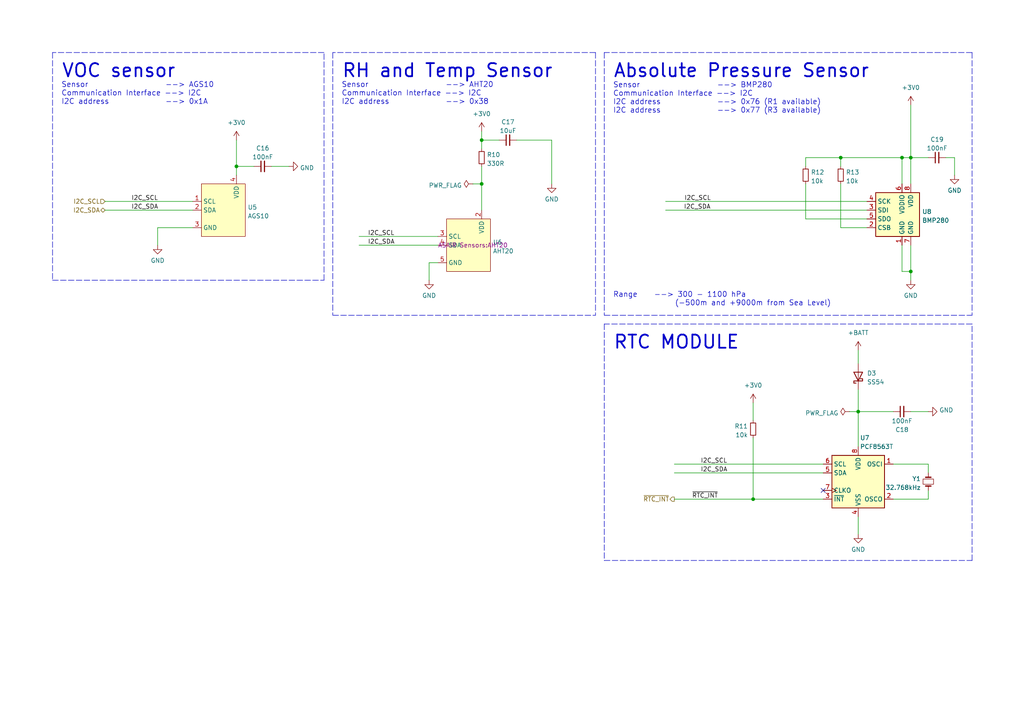
<source format=kicad_sch>
(kicad_sch (version 20211123) (generator eeschema)

  (uuid ce5aa15e-7d1b-40db-bc06-aed8f4184b26)

  (paper "A4")

  (lib_symbols
    (symbol "ASAIR Sensors:AGS10" (in_bom yes) (on_board yes)
      (property "Reference" "U" (id 0) (at 10.16 0 0)
        (effects (font (size 1.27 1.27)))
      )
      (property "Value" "AGS10" (id 1) (at 12.7 2.54 0)
        (effects (font (size 1.27 1.27)))
      )
      (property "Footprint" "ASAIR Sensors:AGS10" (id 2) (at 2.54 0 0)
        (effects (font (size 1.27 1.27)) hide)
      )
      (property "Datasheet" "" (id 3) (at 12.7 7.62 0)
        (effects (font (size 1.27 1.27)) hide)
      )
      (property "ki_description" "I2C TVOC sensor" (id 4) (at 0 0 0)
        (effects (font (size 1.27 1.27)) hide)
      )
      (symbol "AGS10_0_1"
        (rectangle (start -5.08 7.62) (end 7.62 -7.62)
          (stroke (width 0.1524) (type default) (color 0 0 0 0))
          (fill (type background))
        )
      )
      (symbol "AGS10_1_1"
        (pin input line (at -7.62 2.54 0) (length 2.54)
          (name "SCL" (effects (font (size 1.27 1.27))))
          (number "1" (effects (font (size 1.27 1.27))))
        )
        (pin bidirectional line (at -7.62 0 0) (length 2.54)
          (name "SDA" (effects (font (size 1.27 1.27))))
          (number "2" (effects (font (size 1.27 1.27))))
        )
        (pin passive line (at -7.62 -5.08 0) (length 2.54)
          (name "GND" (effects (font (size 1.27 1.27))))
          (number "3" (effects (font (size 1.27 1.27))))
        )
        (pin power_in line (at 5.08 10.16 270) (length 2.54)
          (name "VDD" (effects (font (size 1.27 1.27))))
          (number "4" (effects (font (size 1.27 1.27))))
        )
      )
    )
    (symbol "ASAIR Sensors:AHT20" (in_bom yes) (on_board yes)
      (property "Reference" "U" (id 0) (at 12.7 -2.54 0)
        (effects (font (size 1.27 1.27)))
      )
      (property "Value" "AHT20" (id 1) (at 12.7 0 0)
        (effects (font (size 1.27 1.27)))
      )
      (property "Footprint" "ASAIR Sensors:AHT20" (id 2) (at 2.54 0 0)
        (effects (font (size 1.27 1.27)) hide)
      )
      (property "Datasheet" "" (id 3) (at 2.54 0 0)
        (effects (font (size 1.27 1.27)) hide)
      )
      (property "ki_keywords" "Humidiry, Temperature, RH" (id 4) (at 0 0 0)
        (effects (font (size 1.27 1.27)) hide)
      )
      (property "ki_description" "Humidity and Temperature Sensor, " (id 5) (at 0 0 0)
        (effects (font (size 1.27 1.27)) hide)
      )
      (symbol "AHT20_0_1"
        (rectangle (start -5.08 7.62) (end 7.62 -7.62)
          (stroke (width 0.1524) (type default) (color 0 0 0 0))
          (fill (type background))
        )
      )
      (symbol "AHT20_1_1"
        (pin no_connect line (at 10.16 -5.08 180) (length 2.54) hide
          (name "NC" (effects (font (size 1.27 1.27))))
          (number "1" (effects (font (size 1.27 1.27))))
        )
        (pin power_in line (at 5.08 10.16 270) (length 2.54)
          (name "VDD" (effects (font (size 1.27 1.27))))
          (number "2" (effects (font (size 1.27 1.27))))
        )
        (pin input line (at -7.62 2.54 0) (length 2.54)
          (name "SCL" (effects (font (size 1.27 1.27))))
          (number "3" (effects (font (size 1.27 1.27))))
        )
        (pin bidirectional line (at -7.62 0 0) (length 2.54)
          (name "SDA" (effects (font (size 1.27 1.27))))
          (number "4" (effects (font (size 1.27 1.27))))
        )
        (pin passive line (at -7.62 -5.08 0) (length 2.54)
          (name "GND" (effects (font (size 1.27 1.27))))
          (number "5" (effects (font (size 1.27 1.27))))
        )
        (pin no_connect line (at 10.16 -5.08 180) (length 2.54) hide
          (name "NC" (effects (font (size 1.27 1.27))))
          (number "6" (effects (font (size 1.27 1.27))))
        )
      )
    )
    (symbol "Device:C_Small" (pin_numbers hide) (pin_names (offset 0.254) hide) (in_bom yes) (on_board yes)
      (property "Reference" "C" (id 0) (at 0.254 1.778 0)
        (effects (font (size 1.27 1.27)) (justify left))
      )
      (property "Value" "C_Small" (id 1) (at 0.254 -2.032 0)
        (effects (font (size 1.27 1.27)) (justify left))
      )
      (property "Footprint" "" (id 2) (at 0 0 0)
        (effects (font (size 1.27 1.27)) hide)
      )
      (property "Datasheet" "~" (id 3) (at 0 0 0)
        (effects (font (size 1.27 1.27)) hide)
      )
      (property "ki_keywords" "capacitor cap" (id 4) (at 0 0 0)
        (effects (font (size 1.27 1.27)) hide)
      )
      (property "ki_description" "Unpolarized capacitor, small symbol" (id 5) (at 0 0 0)
        (effects (font (size 1.27 1.27)) hide)
      )
      (property "ki_fp_filters" "C_*" (id 6) (at 0 0 0)
        (effects (font (size 1.27 1.27)) hide)
      )
      (symbol "C_Small_0_1"
        (polyline
          (pts
            (xy -1.524 -0.508)
            (xy 1.524 -0.508)
          )
          (stroke (width 0.3302) (type default) (color 0 0 0 0))
          (fill (type none))
        )
        (polyline
          (pts
            (xy -1.524 0.508)
            (xy 1.524 0.508)
          )
          (stroke (width 0.3048) (type default) (color 0 0 0 0))
          (fill (type none))
        )
      )
      (symbol "C_Small_1_1"
        (pin passive line (at 0 2.54 270) (length 2.032)
          (name "~" (effects (font (size 1.27 1.27))))
          (number "1" (effects (font (size 1.27 1.27))))
        )
        (pin passive line (at 0 -2.54 90) (length 2.032)
          (name "~" (effects (font (size 1.27 1.27))))
          (number "2" (effects (font (size 1.27 1.27))))
        )
      )
    )
    (symbol "Device:Crystal_Small" (pin_numbers hide) (pin_names (offset 1.016) hide) (in_bom yes) (on_board yes)
      (property "Reference" "Y" (id 0) (at 0 2.54 0)
        (effects (font (size 1.27 1.27)))
      )
      (property "Value" "Crystal_Small" (id 1) (at 0 -2.54 0)
        (effects (font (size 1.27 1.27)))
      )
      (property "Footprint" "" (id 2) (at 0 0 0)
        (effects (font (size 1.27 1.27)) hide)
      )
      (property "Datasheet" "~" (id 3) (at 0 0 0)
        (effects (font (size 1.27 1.27)) hide)
      )
      (property "ki_keywords" "quartz ceramic resonator oscillator" (id 4) (at 0 0 0)
        (effects (font (size 1.27 1.27)) hide)
      )
      (property "ki_description" "Two pin crystal, small symbol" (id 5) (at 0 0 0)
        (effects (font (size 1.27 1.27)) hide)
      )
      (property "ki_fp_filters" "Crystal*" (id 6) (at 0 0 0)
        (effects (font (size 1.27 1.27)) hide)
      )
      (symbol "Crystal_Small_0_1"
        (rectangle (start -0.762 -1.524) (end 0.762 1.524)
          (stroke (width 0) (type default) (color 0 0 0 0))
          (fill (type none))
        )
        (polyline
          (pts
            (xy -1.27 -0.762)
            (xy -1.27 0.762)
          )
          (stroke (width 0.381) (type default) (color 0 0 0 0))
          (fill (type none))
        )
        (polyline
          (pts
            (xy 1.27 -0.762)
            (xy 1.27 0.762)
          )
          (stroke (width 0.381) (type default) (color 0 0 0 0))
          (fill (type none))
        )
      )
      (symbol "Crystal_Small_1_1"
        (pin passive line (at -2.54 0 0) (length 1.27)
          (name "1" (effects (font (size 1.27 1.27))))
          (number "1" (effects (font (size 1.27 1.27))))
        )
        (pin passive line (at 2.54 0 180) (length 1.27)
          (name "2" (effects (font (size 1.27 1.27))))
          (number "2" (effects (font (size 1.27 1.27))))
        )
      )
    )
    (symbol "Device:R_Small" (pin_numbers hide) (pin_names (offset 0.254) hide) (in_bom yes) (on_board yes)
      (property "Reference" "R" (id 0) (at 0.762 0.508 0)
        (effects (font (size 1.27 1.27)) (justify left))
      )
      (property "Value" "R_Small" (id 1) (at 0.762 -1.016 0)
        (effects (font (size 1.27 1.27)) (justify left))
      )
      (property "Footprint" "" (id 2) (at 0 0 0)
        (effects (font (size 1.27 1.27)) hide)
      )
      (property "Datasheet" "~" (id 3) (at 0 0 0)
        (effects (font (size 1.27 1.27)) hide)
      )
      (property "ki_keywords" "R resistor" (id 4) (at 0 0 0)
        (effects (font (size 1.27 1.27)) hide)
      )
      (property "ki_description" "Resistor, small symbol" (id 5) (at 0 0 0)
        (effects (font (size 1.27 1.27)) hide)
      )
      (property "ki_fp_filters" "R_*" (id 6) (at 0 0 0)
        (effects (font (size 1.27 1.27)) hide)
      )
      (symbol "R_Small_0_1"
        (rectangle (start -0.762 1.778) (end 0.762 -1.778)
          (stroke (width 0.2032) (type default) (color 0 0 0 0))
          (fill (type none))
        )
      )
      (symbol "R_Small_1_1"
        (pin passive line (at 0 2.54 270) (length 0.762)
          (name "~" (effects (font (size 1.27 1.27))))
          (number "1" (effects (font (size 1.27 1.27))))
        )
        (pin passive line (at 0 -2.54 90) (length 0.762)
          (name "~" (effects (font (size 1.27 1.27))))
          (number "2" (effects (font (size 1.27 1.27))))
        )
      )
    )
    (symbol "Diode:B160-E3" (pin_numbers hide) (pin_names hide) (in_bom yes) (on_board yes)
      (property "Reference" "D" (id 0) (at 0 2.54 0)
        (effects (font (size 1.27 1.27)))
      )
      (property "Value" "B160-E3" (id 1) (at 0 -2.54 0)
        (effects (font (size 1.27 1.27)))
      )
      (property "Footprint" "Diode_SMD:D_SMA" (id 2) (at 0 -4.445 0)
        (effects (font (size 1.27 1.27)) hide)
      )
      (property "Datasheet" "http://www.vishay.com/docs/88946/b120.pdf" (id 3) (at 0 0 0)
        (effects (font (size 1.27 1.27)) hide)
      )
      (property "ki_keywords" "diode Schottky" (id 4) (at 0 0 0)
        (effects (font (size 1.27 1.27)) hide)
      )
      (property "ki_description" "60V 1A Schottky Barrier Rectifier Diode, SMA(DO-214AC)" (id 5) (at 0 0 0)
        (effects (font (size 1.27 1.27)) hide)
      )
      (property "ki_fp_filters" "D*SMA*" (id 6) (at 0 0 0)
        (effects (font (size 1.27 1.27)) hide)
      )
      (symbol "B160-E3_0_1"
        (polyline
          (pts
            (xy 1.27 0)
            (xy -1.27 0)
          )
          (stroke (width 0) (type default) (color 0 0 0 0))
          (fill (type none))
        )
        (polyline
          (pts
            (xy 1.27 1.27)
            (xy 1.27 -1.27)
            (xy -1.27 0)
            (xy 1.27 1.27)
          )
          (stroke (width 0.254) (type default) (color 0 0 0 0))
          (fill (type none))
        )
        (polyline
          (pts
            (xy -1.905 0.635)
            (xy -1.905 1.27)
            (xy -1.27 1.27)
            (xy -1.27 -1.27)
            (xy -0.635 -1.27)
            (xy -0.635 -0.635)
          )
          (stroke (width 0.254) (type default) (color 0 0 0 0))
          (fill (type none))
        )
      )
      (symbol "B160-E3_1_1"
        (pin passive line (at -3.81 0 0) (length 2.54)
          (name "K" (effects (font (size 1.27 1.27))))
          (number "1" (effects (font (size 1.27 1.27))))
        )
        (pin passive line (at 3.81 0 180) (length 2.54)
          (name "A" (effects (font (size 1.27 1.27))))
          (number "2" (effects (font (size 1.27 1.27))))
        )
      )
    )
    (symbol "Sensor_Pressure:BMP280" (in_bom yes) (on_board yes)
      (property "Reference" "U" (id 0) (at -7.62 10.16 0)
        (effects (font (size 1.27 1.27)) (justify left top))
      )
      (property "Value" "BMP280" (id 1) (at 5.08 10.16 0)
        (effects (font (size 1.27 1.27)) (justify left top))
      )
      (property "Footprint" "Package_LGA:Bosch_LGA-8_2x2.5mm_P0.65mm_ClockwisePinNumbering" (id 2) (at 0 -17.78 0)
        (effects (font (size 1.27 1.27)) hide)
      )
      (property "Datasheet" "https://ae-bst.resource.bosch.com/media/_tech/media/datasheets/BST-BMP280-DS001.pdf" (id 3) (at 0 0 0)
        (effects (font (size 1.27 1.27)) hide)
      )
      (property "ki_keywords" "I2C, SPI, pressure, temperature, sensor" (id 4) (at 0 0 0)
        (effects (font (size 1.27 1.27)) hide)
      )
      (property "ki_description" "Absolute Barometric Pressure Sensor, LGA-8" (id 5) (at 0 0 0)
        (effects (font (size 1.27 1.27)) hide)
      )
      (property "ki_fp_filters" "Bosch*LGA*2x2.5mm*P0.65mm*" (id 6) (at 0 0 0)
        (effects (font (size 1.27 1.27)) hide)
      )
      (symbol "BMP280_0_1"
        (rectangle (start -7.62 -5.08) (end 5.08 7.62)
          (stroke (width 0.254) (type default) (color 0 0 0 0))
          (fill (type background))
        )
      )
      (symbol "BMP280_1_1"
        (pin power_in line (at 0 -7.62 90) (length 2.54)
          (name "GND" (effects (font (size 1.27 1.27))))
          (number "1" (effects (font (size 1.27 1.27))))
        )
        (pin input line (at -10.16 -2.54 0) (length 2.54)
          (name "CSB" (effects (font (size 1.27 1.27))))
          (number "2" (effects (font (size 1.27 1.27))))
        )
        (pin bidirectional line (at -10.16 2.54 0) (length 2.54)
          (name "SDI" (effects (font (size 1.27 1.27))))
          (number "3" (effects (font (size 1.27 1.27))))
        )
        (pin input line (at -10.16 5.08 0) (length 2.54)
          (name "SCK" (effects (font (size 1.27 1.27))))
          (number "4" (effects (font (size 1.27 1.27))))
        )
        (pin bidirectional line (at -10.16 0 0) (length 2.54)
          (name "SDO" (effects (font (size 1.27 1.27))))
          (number "5" (effects (font (size 1.27 1.27))))
        )
        (pin power_in line (at 0 10.16 270) (length 2.54)
          (name "VDDIO" (effects (font (size 1.27 1.27))))
          (number "6" (effects (font (size 1.27 1.27))))
        )
        (pin power_in line (at 2.54 -7.62 90) (length 2.54)
          (name "GND" (effects (font (size 1.27 1.27))))
          (number "7" (effects (font (size 1.27 1.27))))
        )
        (pin power_in line (at 2.54 10.16 270) (length 2.54)
          (name "VDD" (effects (font (size 1.27 1.27))))
          (number "8" (effects (font (size 1.27 1.27))))
        )
      )
    )
    (symbol "Timer_RTC:PCF8563T" (in_bom yes) (on_board yes)
      (property "Reference" "U" (id 0) (at -7.62 8.89 0)
        (effects (font (size 1.27 1.27)) (justify left))
      )
      (property "Value" "PCF8563T" (id 1) (at 2.54 8.89 0)
        (effects (font (size 1.27 1.27)) (justify left))
      )
      (property "Footprint" "Package_SO:SOIC-8_3.9x4.9mm_P1.27mm" (id 2) (at 0 0 0)
        (effects (font (size 1.27 1.27)) hide)
      )
      (property "Datasheet" "https://www.nxp.com/docs/en/data-sheet/PCF8563.pdf" (id 3) (at 0 0 0)
        (effects (font (size 1.27 1.27)) hide)
      )
      (property "ki_keywords" "I2C RTC Clock Calendar" (id 4) (at 0 0 0)
        (effects (font (size 1.27 1.27)) hide)
      )
      (property "ki_description" "Realtime Clock/Calendar I2C Interface, SOIC-8" (id 5) (at 0 0 0)
        (effects (font (size 1.27 1.27)) hide)
      )
      (property "ki_fp_filters" "SOIC*3.9x4.9mm*P1.27mm*" (id 6) (at 0 0 0)
        (effects (font (size 1.27 1.27)) hide)
      )
      (symbol "PCF8563T_0_1"
        (rectangle (start -7.62 7.62) (end 7.62 -7.62)
          (stroke (width 0.254) (type default) (color 0 0 0 0))
          (fill (type background))
        )
      )
      (symbol "PCF8563T_1_1"
        (pin input line (at -10.16 5.08 0) (length 2.54)
          (name "OSCI" (effects (font (size 1.27 1.27))))
          (number "1" (effects (font (size 1.27 1.27))))
        )
        (pin output line (at -10.16 -5.08 0) (length 2.54)
          (name "OSCO" (effects (font (size 1.27 1.27))))
          (number "2" (effects (font (size 1.27 1.27))))
        )
        (pin output line (at 10.16 -5.08 180) (length 2.54)
          (name "~{INT}" (effects (font (size 1.27 1.27))))
          (number "3" (effects (font (size 1.27 1.27))))
        )
        (pin power_in line (at 0 -10.16 90) (length 2.54)
          (name "VSS" (effects (font (size 1.27 1.27))))
          (number "4" (effects (font (size 1.27 1.27))))
        )
        (pin bidirectional line (at 10.16 2.54 180) (length 2.54)
          (name "SDA" (effects (font (size 1.27 1.27))))
          (number "5" (effects (font (size 1.27 1.27))))
        )
        (pin input line (at 10.16 5.08 180) (length 2.54)
          (name "SCL" (effects (font (size 1.27 1.27))))
          (number "6" (effects (font (size 1.27 1.27))))
        )
        (pin output clock (at 10.16 -2.54 180) (length 2.54)
          (name "CLKO" (effects (font (size 1.27 1.27))))
          (number "7" (effects (font (size 1.27 1.27))))
        )
        (pin power_in line (at 0 10.16 270) (length 2.54)
          (name "VDD" (effects (font (size 1.27 1.27))))
          (number "8" (effects (font (size 1.27 1.27))))
        )
      )
    )
    (symbol "power:+3V0" (power) (pin_names (offset 0)) (in_bom yes) (on_board yes)
      (property "Reference" "#PWR" (id 0) (at 0 -3.81 0)
        (effects (font (size 1.27 1.27)) hide)
      )
      (property "Value" "+3V0" (id 1) (at 0 3.556 0)
        (effects (font (size 1.27 1.27)))
      )
      (property "Footprint" "" (id 2) (at 0 0 0)
        (effects (font (size 1.27 1.27)) hide)
      )
      (property "Datasheet" "" (id 3) (at 0 0 0)
        (effects (font (size 1.27 1.27)) hide)
      )
      (property "ki_keywords" "power-flag" (id 4) (at 0 0 0)
        (effects (font (size 1.27 1.27)) hide)
      )
      (property "ki_description" "Power symbol creates a global label with name \"+3V0\"" (id 5) (at 0 0 0)
        (effects (font (size 1.27 1.27)) hide)
      )
      (symbol "+3V0_0_1"
        (polyline
          (pts
            (xy -0.762 1.27)
            (xy 0 2.54)
          )
          (stroke (width 0) (type default) (color 0 0 0 0))
          (fill (type none))
        )
        (polyline
          (pts
            (xy 0 0)
            (xy 0 2.54)
          )
          (stroke (width 0) (type default) (color 0 0 0 0))
          (fill (type none))
        )
        (polyline
          (pts
            (xy 0 2.54)
            (xy 0.762 1.27)
          )
          (stroke (width 0) (type default) (color 0 0 0 0))
          (fill (type none))
        )
      )
      (symbol "+3V0_1_1"
        (pin power_in line (at 0 0 90) (length 0) hide
          (name "+3V0" (effects (font (size 1.27 1.27))))
          (number "1" (effects (font (size 1.27 1.27))))
        )
      )
    )
    (symbol "power:+BATT" (power) (pin_names (offset 0)) (in_bom yes) (on_board yes)
      (property "Reference" "#PWR" (id 0) (at 0 -3.81 0)
        (effects (font (size 1.27 1.27)) hide)
      )
      (property "Value" "+BATT" (id 1) (at 0 3.556 0)
        (effects (font (size 1.27 1.27)))
      )
      (property "Footprint" "" (id 2) (at 0 0 0)
        (effects (font (size 1.27 1.27)) hide)
      )
      (property "Datasheet" "" (id 3) (at 0 0 0)
        (effects (font (size 1.27 1.27)) hide)
      )
      (property "ki_keywords" "power-flag battery" (id 4) (at 0 0 0)
        (effects (font (size 1.27 1.27)) hide)
      )
      (property "ki_description" "Power symbol creates a global label with name \"+BATT\"" (id 5) (at 0 0 0)
        (effects (font (size 1.27 1.27)) hide)
      )
      (symbol "+BATT_0_1"
        (polyline
          (pts
            (xy -0.762 1.27)
            (xy 0 2.54)
          )
          (stroke (width 0) (type default) (color 0 0 0 0))
          (fill (type none))
        )
        (polyline
          (pts
            (xy 0 0)
            (xy 0 2.54)
          )
          (stroke (width 0) (type default) (color 0 0 0 0))
          (fill (type none))
        )
        (polyline
          (pts
            (xy 0 2.54)
            (xy 0.762 1.27)
          )
          (stroke (width 0) (type default) (color 0 0 0 0))
          (fill (type none))
        )
      )
      (symbol "+BATT_1_1"
        (pin power_in line (at 0 0 90) (length 0) hide
          (name "+BATT" (effects (font (size 1.27 1.27))))
          (number "1" (effects (font (size 1.27 1.27))))
        )
      )
    )
    (symbol "power:GND" (power) (pin_names (offset 0)) (in_bom yes) (on_board yes)
      (property "Reference" "#PWR" (id 0) (at 0 -6.35 0)
        (effects (font (size 1.27 1.27)) hide)
      )
      (property "Value" "GND" (id 1) (at 0 -3.81 0)
        (effects (font (size 1.27 1.27)))
      )
      (property "Footprint" "" (id 2) (at 0 0 0)
        (effects (font (size 1.27 1.27)) hide)
      )
      (property "Datasheet" "" (id 3) (at 0 0 0)
        (effects (font (size 1.27 1.27)) hide)
      )
      (property "ki_keywords" "power-flag" (id 4) (at 0 0 0)
        (effects (font (size 1.27 1.27)) hide)
      )
      (property "ki_description" "Power symbol creates a global label with name \"GND\" , ground" (id 5) (at 0 0 0)
        (effects (font (size 1.27 1.27)) hide)
      )
      (symbol "GND_0_1"
        (polyline
          (pts
            (xy 0 0)
            (xy 0 -1.27)
            (xy 1.27 -1.27)
            (xy 0 -2.54)
            (xy -1.27 -1.27)
            (xy 0 -1.27)
          )
          (stroke (width 0) (type default) (color 0 0 0 0))
          (fill (type none))
        )
      )
      (symbol "GND_1_1"
        (pin power_in line (at 0 0 270) (length 0) hide
          (name "GND" (effects (font (size 1.27 1.27))))
          (number "1" (effects (font (size 1.27 1.27))))
        )
      )
    )
    (symbol "power:PWR_FLAG" (power) (pin_numbers hide) (pin_names (offset 0) hide) (in_bom yes) (on_board yes)
      (property "Reference" "#FLG" (id 0) (at 0 1.905 0)
        (effects (font (size 1.27 1.27)) hide)
      )
      (property "Value" "PWR_FLAG" (id 1) (at 0 3.81 0)
        (effects (font (size 1.27 1.27)))
      )
      (property "Footprint" "" (id 2) (at 0 0 0)
        (effects (font (size 1.27 1.27)) hide)
      )
      (property "Datasheet" "~" (id 3) (at 0 0 0)
        (effects (font (size 1.27 1.27)) hide)
      )
      (property "ki_keywords" "power-flag" (id 4) (at 0 0 0)
        (effects (font (size 1.27 1.27)) hide)
      )
      (property "ki_description" "Special symbol for telling ERC where power comes from" (id 5) (at 0 0 0)
        (effects (font (size 1.27 1.27)) hide)
      )
      (symbol "PWR_FLAG_0_0"
        (pin power_out line (at 0 0 90) (length 0)
          (name "pwr" (effects (font (size 1.27 1.27))))
          (number "1" (effects (font (size 1.27 1.27))))
        )
      )
      (symbol "PWR_FLAG_0_1"
        (polyline
          (pts
            (xy 0 0)
            (xy 0 1.27)
            (xy -1.016 1.905)
            (xy 0 2.54)
            (xy 1.016 1.905)
            (xy 0 1.27)
          )
          (stroke (width 0) (type default) (color 0 0 0 0))
          (fill (type none))
        )
      )
    )
  )


  (junction (at 68.58 48.26) (diameter 0) (color 0 0 0 0)
    (uuid 514c8fe0-b940-4c02-8f61-3312925e44b6)
  )
  (junction (at 264.16 78.74) (diameter 0) (color 0 0 0 0)
    (uuid 5c137bda-812b-48e8-a3f4-19ecc287e474)
  )
  (junction (at 243.84 45.72) (diameter 0) (color 0 0 0 0)
    (uuid 6d29884f-78e6-40a2-9f79-9357d296dace)
  )
  (junction (at 261.62 45.72) (diameter 0) (color 0 0 0 0)
    (uuid 7c0af8ce-afc1-4fc9-b967-cdece32fc7bc)
  )
  (junction (at 248.92 119.38) (diameter 0) (color 0 0 0 0)
    (uuid 8ec5a76d-9679-4179-b8fb-1dd004faf251)
  )
  (junction (at 218.44 144.78) (diameter 0) (color 0 0 0 0)
    (uuid 8f3ab028-e913-4b87-bc75-5938ed146d71)
  )
  (junction (at 139.7 53.34) (diameter 0) (color 0 0 0 0)
    (uuid ca921db5-24c2-49e2-a05c-4aeb32764adf)
  )
  (junction (at 139.7 40.64) (diameter 0) (color 0 0 0 0)
    (uuid d711a0b9-3e63-4cbf-baa5-c33c4fb144fc)
  )
  (junction (at 264.16 45.72) (diameter 0) (color 0 0 0 0)
    (uuid f20c27c1-a694-41f5-beca-2ae330f04090)
  )

  (no_connect (at 238.76 142.24) (uuid 72377e47-a3b5-477d-a9bd-c38a14f473ac))

  (wire (pts (xy 248.92 113.03) (xy 248.92 119.38))
    (stroke (width 0) (type default) (color 0 0 0 0))
    (uuid 01f9f7fb-ee5c-40b3-b01d-366c96da64e1)
  )
  (wire (pts (xy 259.08 119.38) (xy 248.92 119.38))
    (stroke (width 0) (type default) (color 0 0 0 0))
    (uuid 065b2d08-bc6f-4358-9d41-da33963253fd)
  )
  (wire (pts (xy 264.16 78.74) (xy 261.62 78.74))
    (stroke (width 0) (type default) (color 0 0 0 0))
    (uuid 09f9fd38-c1dd-4c73-9246-7a97c9f6571f)
  )
  (wire (pts (xy 264.16 45.72) (xy 264.16 53.34))
    (stroke (width 0) (type default) (color 0 0 0 0))
    (uuid 0c1b5f37-1d74-4aef-80db-56090ae746e0)
  )
  (polyline (pts (xy 15.24 81.28) (xy 93.98 81.28))
    (stroke (width 0) (type default) (color 0 0 0 0))
    (uuid 0c6d530b-8b22-4b81-96bc-a18093c13503)
  )

  (wire (pts (xy 246.38 119.38) (xy 248.92 119.38))
    (stroke (width 0) (type default) (color 0 0 0 0))
    (uuid 0e7eae99-d668-4249-a77d-5e0f3bff05d1)
  )
  (wire (pts (xy 218.44 116.84) (xy 218.44 121.92))
    (stroke (width 0) (type default) (color 0 0 0 0))
    (uuid 137232ac-945f-4d49-b595-9e8ac7d535d2)
  )
  (wire (pts (xy 243.84 45.72) (xy 243.84 48.26))
    (stroke (width 0) (type default) (color 0 0 0 0))
    (uuid 1b4da074-c2a4-40e3-9bc7-5b21a0e43d17)
  )
  (wire (pts (xy 238.76 137.16) (xy 195.58 137.16))
    (stroke (width 0) (type default) (color 0 0 0 0))
    (uuid 1c8773bd-5c8f-4de1-84f4-e35a1a666f2a)
  )
  (wire (pts (xy 30.48 60.96) (xy 55.88 60.96))
    (stroke (width 0) (type default) (color 0 0 0 0))
    (uuid 20107ac9-e0ff-4451-8e8f-b3d7e91e5242)
  )
  (wire (pts (xy 137.16 53.34) (xy 139.7 53.34))
    (stroke (width 0) (type default) (color 0 0 0 0))
    (uuid 203eb8ba-2665-4019-a58c-7322080bc764)
  )
  (polyline (pts (xy 93.98 15.24) (xy 15.24 15.24))
    (stroke (width 0) (type default) (color 0 0 0 0))
    (uuid 20457850-778a-4137-9ef1-89e0b1d8a638)
  )

  (wire (pts (xy 261.62 78.74) (xy 261.62 71.12))
    (stroke (width 0) (type default) (color 0 0 0 0))
    (uuid 27ab9ee7-292e-4d75-ad08-e31e31e1e5cd)
  )
  (wire (pts (xy 269.24 137.16) (xy 269.24 134.62))
    (stroke (width 0) (type default) (color 0 0 0 0))
    (uuid 2b32f345-852a-4ffd-8ab1-bfce191962e2)
  )
  (wire (pts (xy 276.86 45.72) (xy 274.32 45.72))
    (stroke (width 0) (type default) (color 0 0 0 0))
    (uuid 2ba75041-9e06-43bb-8222-5f6ffaafdcf7)
  )
  (polyline (pts (xy 96.52 91.44) (xy 172.72 91.44))
    (stroke (width 0) (type default) (color 0 0 0 0))
    (uuid 2c4ab7ae-49df-4df0-bb08-2af076ea07dd)
  )

  (wire (pts (xy 45.72 71.12) (xy 45.72 66.04))
    (stroke (width 0) (type default) (color 0 0 0 0))
    (uuid 2cf7c2df-e166-4cfd-8bd0-a9c72fa604f3)
  )
  (wire (pts (xy 261.62 45.72) (xy 264.16 45.72))
    (stroke (width 0) (type default) (color 0 0 0 0))
    (uuid 330eb577-4c71-47b0-a688-12de022f4bd5)
  )
  (polyline (pts (xy 281.94 15.24) (xy 175.26 15.24))
    (stroke (width 0) (type default) (color 0 0 0 0))
    (uuid 352192e9-a642-472c-87fe-745f862ccf45)
  )

  (wire (pts (xy 248.92 149.86) (xy 248.92 154.94))
    (stroke (width 0) (type default) (color 0 0 0 0))
    (uuid 376b13dd-3398-44c6-b97a-f183967b2a05)
  )
  (wire (pts (xy 45.72 66.04) (xy 55.88 66.04))
    (stroke (width 0) (type default) (color 0 0 0 0))
    (uuid 38f72ccb-3fcc-4828-a486-7bc952cc6a0f)
  )
  (polyline (pts (xy 281.94 15.24) (xy 281.94 91.44))
    (stroke (width 0) (type default) (color 0 0 0 0))
    (uuid 3d4fa329-9c38-4e52-99dd-522cb19ceaf1)
  )
  (polyline (pts (xy 281.94 162.56) (xy 281.94 93.98))
    (stroke (width 0) (type default) (color 0 0 0 0))
    (uuid 45b6cca7-2b42-4e13-9869-420bc2ffcf24)
  )

  (wire (pts (xy 104.14 68.58) (xy 127 68.58))
    (stroke (width 0) (type default) (color 0 0 0 0))
    (uuid 48634b5b-9bf0-4308-9844-64a4c996cce5)
  )
  (wire (pts (xy 233.68 48.26) (xy 233.68 45.72))
    (stroke (width 0) (type default) (color 0 0 0 0))
    (uuid 4bca5b3a-da5e-4119-b389-70aac23229c6)
  )
  (wire (pts (xy 193.04 60.96) (xy 251.46 60.96))
    (stroke (width 0) (type default) (color 0 0 0 0))
    (uuid 4ddfd4ce-4c60-4228-b88d-7c812aae45ea)
  )
  (wire (pts (xy 264.16 71.12) (xy 264.16 78.74))
    (stroke (width 0) (type default) (color 0 0 0 0))
    (uuid 50743792-e9a1-4e81-babd-496fd8de92b1)
  )
  (polyline (pts (xy 175.26 15.24) (xy 175.26 91.44))
    (stroke (width 0) (type default) (color 0 0 0 0))
    (uuid 5314821b-2545-4d1a-9bb5-6475b19ff87a)
  )

  (wire (pts (xy 269.24 144.78) (xy 259.08 144.78))
    (stroke (width 0) (type default) (color 0 0 0 0))
    (uuid 5a4c0f3a-dcc1-4336-b041-ab5a8df8ea7c)
  )
  (polyline (pts (xy 96.52 15.24) (xy 96.52 91.44))
    (stroke (width 0) (type default) (color 0 0 0 0))
    (uuid 5bfba6b5-4a7e-4128-a520-60b185558803)
  )

  (wire (pts (xy 233.68 45.72) (xy 243.84 45.72))
    (stroke (width 0) (type default) (color 0 0 0 0))
    (uuid 5e5bc573-f2fc-40a3-96b0-94295fc99dc9)
  )
  (wire (pts (xy 68.58 48.26) (xy 73.66 48.26))
    (stroke (width 0) (type default) (color 0 0 0 0))
    (uuid 5e8ab5c7-18e9-48f3-964c-21b3a8541101)
  )
  (wire (pts (xy 30.48 58.42) (xy 55.88 58.42))
    (stroke (width 0) (type default) (color 0 0 0 0))
    (uuid 620b5cd9-61b0-4b32-83b5-5e770d0b25ac)
  )
  (wire (pts (xy 68.58 48.26) (xy 68.58 50.8))
    (stroke (width 0) (type default) (color 0 0 0 0))
    (uuid 64ca812b-805a-4229-931a-3722b07a93cd)
  )
  (wire (pts (xy 139.7 38.1) (xy 139.7 40.64))
    (stroke (width 0) (type default) (color 0 0 0 0))
    (uuid 652564d8-4a39-46ba-aa64-5935e5539788)
  )
  (wire (pts (xy 218.44 127) (xy 218.44 144.78))
    (stroke (width 0) (type default) (color 0 0 0 0))
    (uuid 6776f8c6-9c17-4cbe-9f2c-82ecc3f5b8cb)
  )
  (polyline (pts (xy 281.94 93.98) (xy 175.26 93.98))
    (stroke (width 0) (type default) (color 0 0 0 0))
    (uuid 71c2d8fd-94b5-40ff-9ab0-ea88ec828f15)
  )
  (polyline (pts (xy 175.26 91.44) (xy 281.94 91.44))
    (stroke (width 0) (type default) (color 0 0 0 0))
    (uuid 7e4a92b8-36df-4dfc-ae3f-60a9d8fce7ce)
  )

  (wire (pts (xy 264.16 78.74) (xy 264.16 81.28))
    (stroke (width 0) (type default) (color 0 0 0 0))
    (uuid 7ede05e5-8d40-4771-b3a7-dd864c4c715e)
  )
  (polyline (pts (xy 175.26 93.98) (xy 175.26 162.56))
    (stroke (width 0) (type default) (color 0 0 0 0))
    (uuid 81e52093-9b48-4df9-8f1e-4fc436b4de1e)
  )

  (wire (pts (xy 276.86 45.72) (xy 276.86 50.8))
    (stroke (width 0) (type default) (color 0 0 0 0))
    (uuid 8545cf91-d97a-44a6-8b70-4571dee63271)
  )
  (wire (pts (xy 139.7 40.64) (xy 139.7 43.18))
    (stroke (width 0) (type default) (color 0 0 0 0))
    (uuid 8809e8ee-afdd-464a-8f5e-57ca091ec50e)
  )
  (wire (pts (xy 68.58 40.64) (xy 68.58 48.26))
    (stroke (width 0) (type default) (color 0 0 0 0))
    (uuid 8d2d2093-d2aa-4944-87f7-bc7cdbc55b55)
  )
  (polyline (pts (xy 93.98 81.28) (xy 93.98 15.24))
    (stroke (width 0) (type default) (color 0 0 0 0))
    (uuid 8d629488-2dfa-4b57-8c6c-49f1fce152d3)
  )

  (wire (pts (xy 243.84 66.04) (xy 251.46 66.04))
    (stroke (width 0) (type default) (color 0 0 0 0))
    (uuid 8dc90f78-7a12-43b4-88c9-b4b1c1ce4252)
  )
  (polyline (pts (xy 172.72 15.24) (xy 172.72 91.44))
    (stroke (width 0) (type default) (color 0 0 0 0))
    (uuid 9134aefa-cebd-42a4-b047-d61ea540d882)
  )

  (wire (pts (xy 261.62 53.34) (xy 261.62 45.72))
    (stroke (width 0) (type default) (color 0 0 0 0))
    (uuid 9701ac64-5064-4ee1-8c42-ea3b500247a4)
  )
  (wire (pts (xy 243.84 53.34) (xy 243.84 66.04))
    (stroke (width 0) (type default) (color 0 0 0 0))
    (uuid a3bc629f-fe1e-48a4-aa9b-ea17c793beee)
  )
  (wire (pts (xy 264.16 119.38) (xy 269.24 119.38))
    (stroke (width 0) (type default) (color 0 0 0 0))
    (uuid a7748edd-e7ef-4f3d-8e7f-75fb3baf5ce6)
  )
  (wire (pts (xy 124.46 81.28) (xy 124.46 76.2))
    (stroke (width 0) (type default) (color 0 0 0 0))
    (uuid a98d5a6d-0690-4c8c-a697-8be79b604eb9)
  )
  (wire (pts (xy 139.7 53.34) (xy 139.7 60.96))
    (stroke (width 0) (type default) (color 0 0 0 0))
    (uuid b9ac363c-52b1-46a4-a1a1-8b251ed3aa0c)
  )
  (wire (pts (xy 238.76 134.62) (xy 195.58 134.62))
    (stroke (width 0) (type default) (color 0 0 0 0))
    (uuid bc551d21-adf4-47bc-a5e1-df3ab588ebd2)
  )
  (wire (pts (xy 238.76 144.78) (xy 218.44 144.78))
    (stroke (width 0) (type default) (color 0 0 0 0))
    (uuid c68d8085-7d43-4661-9db2-4dd6b5fa1d2d)
  )
  (polyline (pts (xy 175.26 162.56) (xy 281.94 162.56))
    (stroke (width 0) (type default) (color 0 0 0 0))
    (uuid cabdb550-8ca8-4694-a942-b10e33261e5a)
  )

  (wire (pts (xy 139.7 48.26) (xy 139.7 53.34))
    (stroke (width 0) (type default) (color 0 0 0 0))
    (uuid cb584bbe-316b-4ca7-b01d-73ae08b3f099)
  )
  (wire (pts (xy 233.68 63.5) (xy 251.46 63.5))
    (stroke (width 0) (type default) (color 0 0 0 0))
    (uuid cca4b522-7748-44ee-9936-9eca4d078fff)
  )
  (polyline (pts (xy 15.24 15.24) (xy 15.24 81.28))
    (stroke (width 0) (type default) (color 0 0 0 0))
    (uuid d2ca68c1-7e6d-4e13-a11d-19d3e54444af)
  )

  (wire (pts (xy 269.24 134.62) (xy 259.08 134.62))
    (stroke (width 0) (type default) (color 0 0 0 0))
    (uuid d90b865e-0275-43de-ab0d-f37e75d80e84)
  )
  (wire (pts (xy 264.16 30.48) (xy 264.16 45.72))
    (stroke (width 0) (type default) (color 0 0 0 0))
    (uuid d913c6fe-f267-418d-8bcc-34440a2a8cfe)
  )
  (wire (pts (xy 193.04 58.42) (xy 251.46 58.42))
    (stroke (width 0) (type default) (color 0 0 0 0))
    (uuid da4ee6c2-cad9-4efe-98a5-9199fd05fc20)
  )
  (wire (pts (xy 104.14 71.12) (xy 127 71.12))
    (stroke (width 0) (type default) (color 0 0 0 0))
    (uuid dad33e4c-9140-4685-99b8-82a3206810ca)
  )
  (wire (pts (xy 269.24 142.24) (xy 269.24 144.78))
    (stroke (width 0) (type default) (color 0 0 0 0))
    (uuid ddf81381-cc97-4aee-8e17-9df3278a63ff)
  )
  (wire (pts (xy 149.86 40.64) (xy 160.02 40.64))
    (stroke (width 0) (type default) (color 0 0 0 0))
    (uuid e40a65ce-2838-495e-9034-4635a2d9f318)
  )
  (wire (pts (xy 264.16 45.72) (xy 269.24 45.72))
    (stroke (width 0) (type default) (color 0 0 0 0))
    (uuid e42c1b96-5b98-45fe-830b-a41ed53c0423)
  )
  (wire (pts (xy 248.92 101.6) (xy 248.92 105.41))
    (stroke (width 0) (type default) (color 0 0 0 0))
    (uuid e574f527-e129-4f92-a2ab-467720e5eaa0)
  )
  (wire (pts (xy 218.44 144.78) (xy 195.58 144.78))
    (stroke (width 0) (type default) (color 0 0 0 0))
    (uuid e8bd3f44-3177-4138-b40f-52015df551d3)
  )
  (wire (pts (xy 124.46 76.2) (xy 127 76.2))
    (stroke (width 0) (type default) (color 0 0 0 0))
    (uuid eb499f76-0c3d-4cc3-960a-a90f5e9253b0)
  )
  (polyline (pts (xy 172.72 15.24) (xy 96.52 15.24))
    (stroke (width 0) (type default) (color 0 0 0 0))
    (uuid ec36ce47-9f84-4ac3-a2e1-e574e9ef409f)
  )

  (wire (pts (xy 83.82 48.26) (xy 78.74 48.26))
    (stroke (width 0) (type default) (color 0 0 0 0))
    (uuid f116aae8-fea1-4baa-8a5c-f79e15684ba1)
  )
  (wire (pts (xy 248.92 119.38) (xy 248.92 129.54))
    (stroke (width 0) (type default) (color 0 0 0 0))
    (uuid f3d4b799-ea3c-4981-8ddc-b6571f4733b5)
  )
  (wire (pts (xy 233.68 53.34) (xy 233.68 63.5))
    (stroke (width 0) (type default) (color 0 0 0 0))
    (uuid f3e3fa3d-433c-489b-a2eb-54c954f2859c)
  )
  (wire (pts (xy 160.02 40.64) (xy 160.02 53.34))
    (stroke (width 0) (type default) (color 0 0 0 0))
    (uuid f737ba0e-860e-4418-bd37-af05c99cf591)
  )
  (wire (pts (xy 261.62 45.72) (xy 243.84 45.72))
    (stroke (width 0) (type default) (color 0 0 0 0))
    (uuid fb83772d-4cd0-4476-9deb-7bc3b1368b62)
  )
  (wire (pts (xy 139.7 40.64) (xy 144.78 40.64))
    (stroke (width 0) (type default) (color 0 0 0 0))
    (uuid fca7e5b9-38d2-43e6-b9cb-7c29c66b567d)
  )

  (text "Sensor				--> AGS10\nCommunication Interface --> I2C\nI2C address			--> 0x1A\n"
    (at 17.78 30.48 0)
    (effects (font (size 1.524 1.524)) (justify left bottom))
    (uuid 020039ca-639d-417e-a2dc-2ba24bf213c8)
  )
  (text "Sensor				--> BMP280\nCommunication Interface --> I2C\nI2C address			--> 0x76 (R1 available)\nI2C address			--> 0x77 (R3 available)\n"
    (at 177.8 33.02 0)
    (effects (font (size 1.524 1.524)) (justify left bottom))
    (uuid 2bddfd9d-37e1-4955-9091-655bb4e8b3e3)
  )
  (text "Range	--> 300 - 1100 hPa\n			(-500m and +9000m from Sea Level)\n"
    (at 177.8 88.9 0)
    (effects (font (size 1.524 1.524)) (justify left bottom))
    (uuid 4742cad2-6004-4855-ab12-9ba8a155c3c1)
  )
  (text "RH and Temp Sensor" (at 99.06 22.86 0)
    (effects (font (size 3.81 3.81) (thickness 0.508) bold) (justify left bottom))
    (uuid 6ac0e7ff-7f7a-4151-b6e2-eaeed7578528)
  )
  (text "RTC MODULE" (at 177.8 101.6 0)
    (effects (font (size 3.81 3.81) (thickness 0.508) bold) (justify left bottom))
    (uuid b141a73f-6a22-4edb-8b3b-7e5244bf22e7)
  )
  (text "Sensor				--> AHT20\nCommunication Interface --> I2C\nI2C address			--> 0x38\n"
    (at 99.06 30.48 0)
    (effects (font (size 1.524 1.524)) (justify left bottom))
    (uuid c9f4b35c-8b73-456a-962d-230f033d5f7c)
  )
  (text "VOC sensor" (at 17.78 22.86 0)
    (effects (font (size 3.81 3.81) (thickness 0.508) bold) (justify left bottom))
    (uuid d340f6a3-a3f1-46bf-bde0-b80763f2f257)
  )
  (text "Absolute Pressure Sensor" (at 177.8 22.86 0)
    (effects (font (size 3.81 3.81) (thickness 0.508) bold) (justify left bottom))
    (uuid f1626d4e-8ff6-4304-bc00-179490cebc4f)
  )

  (label "I2C_SDA" (at 203.2 137.16 0)
    (effects (font (size 1.27 1.27)) (justify left bottom))
    (uuid 1d9ea9c0-9d0a-4d58-814b-f5b01ae2b162)
  )
  (label "~{RTC_INT}" (at 208.28 144.78 180)
    (effects (font (size 1.27 1.27)) (justify right bottom))
    (uuid 1ebd3c52-7a30-4042-bd7a-dcaa870e1401)
  )
  (label "I2C_SDA" (at 106.68 71.12 0)
    (effects (font (size 1.27 1.27)) (justify left bottom))
    (uuid 37c14930-f363-448c-95b3-0deddedd0bf8)
  )
  (label "I2C_SDA" (at 198.3183 60.96 0)
    (effects (font (size 1.27 1.27)) (justify left bottom))
    (uuid 3aa124de-9b7a-4284-b0b8-18390f2c9b60)
  )
  (label "I2C_SCL" (at 106.68 68.58 0)
    (effects (font (size 1.27 1.27)) (justify left bottom))
    (uuid 536e5370-8fd5-4e6f-9695-4c0a4c557fe3)
  )
  (label "I2C_SCL" (at 38.1 58.42 0)
    (effects (font (size 1.27 1.27)) (justify left bottom))
    (uuid 54a2f2d8-b492-400a-963f-8b8dedcb8f6e)
  )
  (label "I2C_SDA" (at 38.1 60.96 0)
    (effects (font (size 1.27 1.27)) (justify left bottom))
    (uuid 96a04cf7-97f5-44ef-9041-f9d7010ae647)
  )
  (label "I2C_SCL" (at 198.4685 58.42 0)
    (effects (font (size 1.27 1.27)) (justify left bottom))
    (uuid c2cf2fd4-353e-4c1d-bfcc-9a11645dc035)
  )
  (label "I2C_SCL" (at 203.2 134.62 0)
    (effects (font (size 1.27 1.27)) (justify left bottom))
    (uuid cc4b2a34-c208-4fde-8ab2-6565efb21d78)
  )

  (hierarchical_label "I2C_SDA" (shape bidirectional) (at 30.48 60.96 180)
    (effects (font (size 1.27 1.27)) (justify right))
    (uuid 013a6205-6c37-44c0-8fb3-cdc8df776b2a)
  )
  (hierarchical_label "I2C_SCL" (shape input) (at 30.48 58.42 180)
    (effects (font (size 1.27 1.27)) (justify right))
    (uuid 0f76ec9c-afa1-4e61-8371-0322508db66a)
  )
  (hierarchical_label "~{RTC_INT}" (shape output) (at 195.58 144.78 180)
    (effects (font (size 1.27 1.27)) (justify right))
    (uuid 48513d3e-b7f0-43bc-bd21-0a2193bb695b)
  )

  (symbol (lib_id "Device:R_Small") (at 218.44 124.46 0) (mirror y) (unit 1)
    (in_bom yes) (on_board yes) (fields_autoplaced)
    (uuid 05546c71-9298-4afa-a95d-4a15c8da9342)
    (property "Reference" "R11" (id 0) (at 216.9414 123.6253 0)
      (effects (font (size 1.27 1.27)) (justify left))
    )
    (property "Value" "10k" (id 1) (at 216.9414 126.1622 0)
      (effects (font (size 1.27 1.27)) (justify left))
    )
    (property "Footprint" "Resistor_SMD:R_0402_1005Metric" (id 2) (at 218.44 124.46 0)
      (effects (font (size 1.27 1.27)) hide)
    )
    (property "Datasheet" "~" (id 3) (at 218.44 124.46 0)
      (effects (font (size 1.27 1.27)) hide)
    )
    (pin "1" (uuid 7364f1af-c0df-4c8d-bbf8-720822f591ae))
    (pin "2" (uuid 901ebc93-ce1f-4bed-8003-a939620cc733))
  )

  (symbol (lib_id "power:GND") (at 276.86 50.8 0) (unit 1)
    (in_bom yes) (on_board yes) (fields_autoplaced)
    (uuid 0e80b6c9-0097-4254-90f3-4c011e81c197)
    (property "Reference" "#PWR033" (id 0) (at 276.86 57.15 0)
      (effects (font (size 1.27 1.27)) hide)
    )
    (property "Value" "GND" (id 1) (at 276.86 55.2434 0))
    (property "Footprint" "" (id 2) (at 276.86 50.8 0)
      (effects (font (size 1.27 1.27)) hide)
    )
    (property "Datasheet" "" (id 3) (at 276.86 50.8 0)
      (effects (font (size 1.27 1.27)) hide)
    )
    (pin "1" (uuid ab7d057e-180c-44e0-a173-b6f5853833ea))
  )

  (symbol (lib_id "power:+3V0") (at 139.7 38.1 0) (unit 1)
    (in_bom yes) (on_board yes) (fields_autoplaced)
    (uuid 0fc32b34-2329-456c-a62a-2087bc74fba7)
    (property "Reference" "#PWR024" (id 0) (at 139.7 41.91 0)
      (effects (font (size 1.27 1.27)) hide)
    )
    (property "Value" "+3V0" (id 1) (at 139.7 33.02 0))
    (property "Footprint" "" (id 2) (at 139.7 38.1 0)
      (effects (font (size 1.27 1.27)) hide)
    )
    (property "Datasheet" "" (id 3) (at 139.7 38.1 0)
      (effects (font (size 1.27 1.27)) hide)
    )
    (pin "1" (uuid 61649db4-87fd-4afa-ac98-768b23340ccd))
  )

  (symbol (lib_id "ASAIR Sensors:AGS10") (at 63.5 60.96 0) (unit 1)
    (in_bom yes) (on_board yes) (fields_autoplaced)
    (uuid 16fb91f6-783f-4e36-8491-4d0b5a949587)
    (property "Reference" "U5" (id 0) (at 71.8312 60.1253 0)
      (effects (font (size 1.27 1.27)) (justify left))
    )
    (property "Value" "AGS10" (id 1) (at 71.8312 62.6622 0)
      (effects (font (size 1.27 1.27)) (justify left))
    )
    (property "Footprint" "ASAIR Sensors:AGS10" (id 2) (at 66.04 60.96 0)
      (effects (font (size 1.27 1.27)) hide)
    )
    (property "Datasheet" "" (id 3) (at 76.2 53.34 0)
      (effects (font (size 1.27 1.27)) hide)
    )
    (pin "1" (uuid ea4e940d-2857-41cd-bd01-1ec3a05536f8))
    (pin "2" (uuid bbff0247-4a2f-4f6e-a92a-2b8fc4c9f8bb))
    (pin "3" (uuid 51ed5d0d-5ca1-4cfa-b3c4-9e84a441bf0c))
    (pin "4" (uuid 6e18971a-c32e-4392-b78e-ee809cb4828b))
  )

  (symbol (lib_id "Device:C_Small") (at 261.62 119.38 90) (mirror x) (unit 1)
    (in_bom yes) (on_board yes) (fields_autoplaced)
    (uuid 1cdf28b3-0eab-48a2-87fa-0a2642d6f304)
    (property "Reference" "C18" (id 0) (at 261.6263 124.6419 90))
    (property "Value" "100nF" (id 1) (at 261.6263 122.105 90))
    (property "Footprint" "Capacitor_SMD:C_0402_1005Metric" (id 2) (at 261.62 119.38 0)
      (effects (font (size 1.27 1.27)) hide)
    )
    (property "Datasheet" "~" (id 3) (at 261.62 119.38 0)
      (effects (font (size 1.27 1.27)) hide)
    )
    (pin "1" (uuid efe2f7f6-61f6-464f-8c6e-244c703d3fc4))
    (pin "2" (uuid 96e042a2-acf1-4ea2-8190-08d2bbf4c48b))
  )

  (symbol (lib_id "Device:C_Small") (at 271.78 45.72 90) (unit 1)
    (in_bom yes) (on_board yes) (fields_autoplaced)
    (uuid 2676a313-c5b7-48fd-9b7c-b8f8d9313dd4)
    (property "Reference" "C19" (id 0) (at 271.7863 40.4581 90))
    (property "Value" "100nF" (id 1) (at 271.7863 42.995 90))
    (property "Footprint" "Capacitor_SMD:C_0402_1005Metric" (id 2) (at 271.78 45.72 0)
      (effects (font (size 1.27 1.27)) hide)
    )
    (property "Datasheet" "~" (id 3) (at 271.78 45.72 0)
      (effects (font (size 1.27 1.27)) hide)
    )
    (pin "1" (uuid 431c3fa7-e8ac-417b-ab11-22f4fc3109f5))
    (pin "2" (uuid 71b3fc8f-ae6b-4570-b00b-7662c1d9c537))
  )

  (symbol (lib_id "power:GND") (at 45.72 71.12 0) (unit 1)
    (in_bom yes) (on_board yes) (fields_autoplaced)
    (uuid 44195e68-ad48-4c8f-9506-f3f5e102c520)
    (property "Reference" "#PWR020" (id 0) (at 45.72 77.47 0)
      (effects (font (size 1.27 1.27)) hide)
    )
    (property "Value" "GND" (id 1) (at 45.72 75.5634 0))
    (property "Footprint" "" (id 2) (at 45.72 71.12 0)
      (effects (font (size 1.27 1.27)) hide)
    )
    (property "Datasheet" "" (id 3) (at 45.72 71.12 0)
      (effects (font (size 1.27 1.27)) hide)
    )
    (pin "1" (uuid d06386f4-ea22-45da-80af-6fdfd53d015a))
  )

  (symbol (lib_id "Device:Crystal_Small") (at 269.24 139.7 270) (mirror x) (unit 1)
    (in_bom yes) (on_board yes) (fields_autoplaced)
    (uuid 462878ea-ef6e-48d0-b915-32d315bcc74b)
    (property "Reference" "Y1" (id 0) (at 267.081 138.8653 90)
      (effects (font (size 1.27 1.27)) (justify right))
    )
    (property "Value" "32.768kHz" (id 1) (at 267.081 141.4022 90)
      (effects (font (size 1.27 1.27)) (justify right))
    )
    (property "Footprint" "Crystal:Crystal_SMD_3215-2Pin_3.2x1.5mm" (id 2) (at 269.24 139.7 0)
      (effects (font (size 1.27 1.27)) hide)
    )
    (property "Datasheet" "~" (id 3) (at 269.24 139.7 0)
      (effects (font (size 1.27 1.27)) hide)
    )
    (pin "1" (uuid 33903805-5f90-404c-883e-c4ed65d0764e))
    (pin "2" (uuid 73ebf9b4-aede-4b8e-b6de-088b3c888fba))
  )

  (symbol (lib_id "power:GND") (at 160.02 53.34 0) (unit 1)
    (in_bom yes) (on_board yes) (fields_autoplaced)
    (uuid 4cf994d6-cb94-4846-9693-5f60cde1344d)
    (property "Reference" "#PWR025" (id 0) (at 160.02 59.69 0)
      (effects (font (size 1.27 1.27)) hide)
    )
    (property "Value" "GND" (id 1) (at 160.02 57.7834 0))
    (property "Footprint" "" (id 2) (at 160.02 53.34 0)
      (effects (font (size 1.27 1.27)) hide)
    )
    (property "Datasheet" "" (id 3) (at 160.02 53.34 0)
      (effects (font (size 1.27 1.27)) hide)
    )
    (pin "1" (uuid a640d710-b816-4537-8d1f-d5752ab053c3))
  )

  (symbol (lib_id "power:GND") (at 248.92 154.94 0) (unit 1)
    (in_bom yes) (on_board yes) (fields_autoplaced)
    (uuid 7a830140-6c0f-4f02-9d68-237bac768a31)
    (property "Reference" "#PWR028" (id 0) (at 248.92 161.29 0)
      (effects (font (size 1.27 1.27)) hide)
    )
    (property "Value" "GND" (id 1) (at 248.92 159.3834 0))
    (property "Footprint" "" (id 2) (at 248.92 154.94 0)
      (effects (font (size 1.27 1.27)) hide)
    )
    (property "Datasheet" "" (id 3) (at 248.92 154.94 0)
      (effects (font (size 1.27 1.27)) hide)
    )
    (pin "1" (uuid cef916fd-bc40-4684-bef0-cf8f4f47a960))
  )

  (symbol (lib_id "power:+3V0") (at 264.16 30.48 0) (unit 1)
    (in_bom yes) (on_board yes) (fields_autoplaced)
    (uuid 88bcdfb6-5936-4bff-babb-b98e1e9f0acc)
    (property "Reference" "#PWR029" (id 0) (at 264.16 34.29 0)
      (effects (font (size 1.27 1.27)) hide)
    )
    (property "Value" "+3V0" (id 1) (at 264.16 25.4 0))
    (property "Footprint" "" (id 2) (at 264.16 30.48 0)
      (effects (font (size 1.27 1.27)) hide)
    )
    (property "Datasheet" "" (id 3) (at 264.16 30.48 0)
      (effects (font (size 1.27 1.27)) hide)
    )
    (pin "1" (uuid e3a1ba8f-aac8-4a49-804a-b8770e0b6fdf))
  )

  (symbol (lib_id "power:GND") (at 264.16 81.28 0) (unit 1)
    (in_bom yes) (on_board yes) (fields_autoplaced)
    (uuid 8a34070f-e307-43a7-835a-43763f896f39)
    (property "Reference" "#PWR030" (id 0) (at 264.16 87.63 0)
      (effects (font (size 1.27 1.27)) hide)
    )
    (property "Value" "GND" (id 1) (at 264.16 85.7234 0))
    (property "Footprint" "" (id 2) (at 264.16 81.28 0)
      (effects (font (size 1.27 1.27)) hide)
    )
    (property "Datasheet" "" (id 3) (at 264.16 81.28 0)
      (effects (font (size 1.27 1.27)) hide)
    )
    (pin "1" (uuid 516a0f4d-9b88-4de7-9c56-ffad5cd3fafa))
  )

  (symbol (lib_id "power:PWR_FLAG") (at 137.16 53.34 90) (unit 1)
    (in_bom yes) (on_board yes) (fields_autoplaced)
    (uuid 9e7e8d6a-4c12-4d49-921f-0ac589451054)
    (property "Reference" "#FLG05" (id 0) (at 135.255 53.34 0)
      (effects (font (size 1.27 1.27)) hide)
    )
    (property "Value" "PWR_FLAG" (id 1) (at 133.9851 53.7738 90)
      (effects (font (size 1.27 1.27)) (justify left))
    )
    (property "Footprint" "" (id 2) (at 137.16 53.34 0)
      (effects (font (size 1.27 1.27)) hide)
    )
    (property "Datasheet" "~" (id 3) (at 137.16 53.34 0)
      (effects (font (size 1.27 1.27)) hide)
    )
    (pin "1" (uuid eb01fdca-c4a7-4408-9d2e-4c320563ac86))
  )

  (symbol (lib_id "power:GND") (at 269.24 119.38 90) (mirror x) (unit 1)
    (in_bom yes) (on_board yes) (fields_autoplaced)
    (uuid a73cdfc0-1252-40a1-a285-f014ef8bf4f0)
    (property "Reference" "#PWR032" (id 0) (at 275.59 119.38 0)
      (effects (font (size 1.27 1.27)) hide)
    )
    (property "Value" "GND" (id 1) (at 272.415 118.9462 90)
      (effects (font (size 1.27 1.27)) (justify right))
    )
    (property "Footprint" "" (id 2) (at 269.24 119.38 0)
      (effects (font (size 1.27 1.27)) hide)
    )
    (property "Datasheet" "" (id 3) (at 269.24 119.38 0)
      (effects (font (size 1.27 1.27)) hide)
    )
    (pin "1" (uuid 1e27f8d4-3b8d-4c6a-acdb-37ec0dba8fc7))
  )

  (symbol (lib_id "Sensor_Pressure:BMP280") (at 261.62 63.5 0) (unit 1)
    (in_bom yes) (on_board yes) (fields_autoplaced)
    (uuid acc23168-286f-400d-8bca-6b737ba574fb)
    (property "Reference" "U8" (id 0) (at 267.462 61.3953 0)
      (effects (font (size 1.27 1.27)) (justify left))
    )
    (property "Value" "BMP280" (id 1) (at 267.462 63.9322 0)
      (effects (font (size 1.27 1.27)) (justify left))
    )
    (property "Footprint" "Package_LGA:Bosch_LGA-8_2x2.5mm_P0.65mm_ClockwisePinNumbering" (id 2) (at 261.62 81.28 0)
      (effects (font (size 1.27 1.27)) hide)
    )
    (property "Datasheet" "https://ae-bst.resource.bosch.com/media/_tech/media/datasheets/BST-BMP280-DS001.pdf" (id 3) (at 261.62 63.5 0)
      (effects (font (size 1.27 1.27)) hide)
    )
    (pin "1" (uuid d6b80d94-9811-4799-88f4-670a8b8eb9d2))
    (pin "2" (uuid 747b34dc-b767-4843-b545-22d816953901))
    (pin "3" (uuid e825975b-3c37-43c2-92ef-df3a22ff56df))
    (pin "4" (uuid 5d872ccc-22bd-4738-8724-256e44b54931))
    (pin "5" (uuid 8d78fe29-7c52-4fa0-b94d-4ffc40db8baf))
    (pin "6" (uuid 7504f4a9-d78b-4383-92d8-93d877cc94d6))
    (pin "7" (uuid 235729d3-7664-423f-a843-40c8defd2506))
    (pin "8" (uuid 37465118-4e17-4442-b404-ee163d7f15df))
  )

  (symbol (lib_id "power:+3V0") (at 218.44 116.84 0) (unit 1)
    (in_bom yes) (on_board yes) (fields_autoplaced)
    (uuid b1605f41-bc87-48fa-bf77-79df5d211791)
    (property "Reference" "#PWR026" (id 0) (at 218.44 120.65 0)
      (effects (font (size 1.27 1.27)) hide)
    )
    (property "Value" "+3V0" (id 1) (at 218.44 111.76 0))
    (property "Footprint" "" (id 2) (at 218.44 116.84 0)
      (effects (font (size 1.27 1.27)) hide)
    )
    (property "Datasheet" "" (id 3) (at 218.44 116.84 0)
      (effects (font (size 1.27 1.27)) hide)
    )
    (pin "1" (uuid 207ae599-cd9c-4383-b621-3b98b9b644ee))
  )

  (symbol (lib_id "power:GND") (at 124.46 81.28 0) (unit 1)
    (in_bom yes) (on_board yes) (fields_autoplaced)
    (uuid b2be3668-06d2-4abe-a6ec-362d4319a55b)
    (property "Reference" "#PWR023" (id 0) (at 124.46 87.63 0)
      (effects (font (size 1.27 1.27)) hide)
    )
    (property "Value" "GND" (id 1) (at 124.46 85.7234 0))
    (property "Footprint" "" (id 2) (at 124.46 81.28 0)
      (effects (font (size 1.27 1.27)) hide)
    )
    (property "Datasheet" "" (id 3) (at 124.46 81.28 0)
      (effects (font (size 1.27 1.27)) hide)
    )
    (pin "1" (uuid 2588e0d5-3cd7-4685-968a-bae3fb104aa1))
  )

  (symbol (lib_id "Timer_RTC:PCF8563T") (at 248.92 139.7 0) (mirror y) (unit 1)
    (in_bom yes) (on_board yes) (fields_autoplaced)
    (uuid b3763f48-987b-4389-b3e2-63b4c83c99a8)
    (property "Reference" "U7" (id 0) (at 249.4406 127 0)
      (effects (font (size 1.27 1.27)) (justify right))
    )
    (property "Value" "PCF8563T" (id 1) (at 249.4406 129.54 0)
      (effects (font (size 1.27 1.27)) (justify right))
    )
    (property "Footprint" "Package_SO:SOIC-8_3.9x4.9mm_P1.27mm" (id 2) (at 248.92 139.7 0)
      (effects (font (size 1.27 1.27)) hide)
    )
    (property "Datasheet" "https://www.nxp.com/docs/en/data-sheet/PCF8563.pdf" (id 3) (at 248.92 139.7 0)
      (effects (font (size 1.27 1.27)) hide)
    )
    (pin "1" (uuid 3b938765-d5bf-4807-968a-84f5be26f046))
    (pin "2" (uuid 7e9bb040-4e8c-4d4a-9449-dd84eeccce23))
    (pin "3" (uuid 5996ef07-c297-470c-88d5-0ba6f0d14d1a))
    (pin "4" (uuid 99b09854-8f25-4851-94a1-1d1149a21585))
    (pin "5" (uuid 41712b34-765a-4640-b905-f21f6ad5539c))
    (pin "6" (uuid 7fe3a352-3bb9-4dfb-a5b6-7b81ea0ed741))
    (pin "7" (uuid 51742386-32ac-4e02-bf17-2f6e8d289f33))
    (pin "8" (uuid 46b416e0-ca39-48e5-afcf-8b4308d3b77b))
  )

  (symbol (lib_id "power:PWR_FLAG") (at 246.38 119.38 90) (unit 1)
    (in_bom yes) (on_board yes) (fields_autoplaced)
    (uuid c2dfc7b9-ffab-4a90-8d40-bbd1e3fd3c29)
    (property "Reference" "#FLG06" (id 0) (at 244.475 119.38 0)
      (effects (font (size 1.27 1.27)) hide)
    )
    (property "Value" "PWR_FLAG" (id 1) (at 243.2051 119.8138 90)
      (effects (font (size 1.27 1.27)) (justify left))
    )
    (property "Footprint" "" (id 2) (at 246.38 119.38 0)
      (effects (font (size 1.27 1.27)) hide)
    )
    (property "Datasheet" "~" (id 3) (at 246.38 119.38 0)
      (effects (font (size 1.27 1.27)) hide)
    )
    (pin "1" (uuid de11399c-1c5d-4240-9251-3ca604e3a377))
  )

  (symbol (lib_id "Device:R_Small") (at 243.84 50.8 0) (unit 1)
    (in_bom yes) (on_board yes) (fields_autoplaced)
    (uuid c950fef3-93c5-469e-a960-82f0a847f0e5)
    (property "Reference" "R13" (id 0) (at 245.3386 49.9653 0)
      (effects (font (size 1.27 1.27)) (justify left))
    )
    (property "Value" "10k" (id 1) (at 245.3386 52.5022 0)
      (effects (font (size 1.27 1.27)) (justify left))
    )
    (property "Footprint" "Resistor_SMD:R_0402_1005Metric" (id 2) (at 243.84 50.8 0)
      (effects (font (size 1.27 1.27)) hide)
    )
    (property "Datasheet" "~" (id 3) (at 243.84 50.8 0)
      (effects (font (size 1.27 1.27)) hide)
    )
    (pin "1" (uuid e8d2c117-16e6-47bf-9fd0-b191a6e38326))
    (pin "2" (uuid 11f3b1af-73a7-40d5-9ba1-b28bb00f3292))
  )

  (symbol (lib_id "power:+BATT") (at 248.92 101.6 0) (unit 1)
    (in_bom yes) (on_board yes) (fields_autoplaced)
    (uuid cd9f488e-2f8c-49d7-a84c-08b48d2d145a)
    (property "Reference" "#PWR0109" (id 0) (at 248.92 105.41 0)
      (effects (font (size 1.27 1.27)) hide)
    )
    (property "Value" "+BATT" (id 1) (at 248.92 96.52 0))
    (property "Footprint" "" (id 2) (at 248.92 101.6 0)
      (effects (font (size 1.27 1.27)) hide)
    )
    (property "Datasheet" "" (id 3) (at 248.92 101.6 0)
      (effects (font (size 1.27 1.27)) hide)
    )
    (pin "1" (uuid f74eba72-97d3-441f-a9ca-c0ad619d4274))
  )

  (symbol (lib_id "power:GND") (at 83.82 48.26 90) (unit 1)
    (in_bom yes) (on_board yes) (fields_autoplaced)
    (uuid cedf52ad-5bcc-4292-856e-cbe173a73c45)
    (property "Reference" "#PWR022" (id 0) (at 90.17 48.26 0)
      (effects (font (size 1.27 1.27)) hide)
    )
    (property "Value" "GND" (id 1) (at 86.995 48.6938 90)
      (effects (font (size 1.27 1.27)) (justify right))
    )
    (property "Footprint" "" (id 2) (at 83.82 48.26 0)
      (effects (font (size 1.27 1.27)) hide)
    )
    (property "Datasheet" "" (id 3) (at 83.82 48.26 0)
      (effects (font (size 1.27 1.27)) hide)
    )
    (pin "1" (uuid 118ad834-a0c6-4240-83e5-f069c9484f1e))
  )

  (symbol (lib_id "Device:R_Small") (at 233.68 50.8 0) (unit 1)
    (in_bom yes) (on_board yes) (fields_autoplaced)
    (uuid df7c119f-ed5e-4081-ba10-75c147fa385e)
    (property "Reference" "R12" (id 0) (at 235.1786 49.9653 0)
      (effects (font (size 1.27 1.27)) (justify left))
    )
    (property "Value" "10k" (id 1) (at 235.1786 52.5022 0)
      (effects (font (size 1.27 1.27)) (justify left))
    )
    (property "Footprint" "Resistor_SMD:R_0402_1005Metric" (id 2) (at 233.68 50.8 0)
      (effects (font (size 1.27 1.27)) hide)
    )
    (property "Datasheet" "~" (id 3) (at 233.68 50.8 0)
      (effects (font (size 1.27 1.27)) hide)
    )
    (pin "1" (uuid 23952286-4bb6-4dc2-9652-569f9910149d))
    (pin "2" (uuid 9f13d1f5-64db-4230-a6f5-42676d1cee37))
  )

  (symbol (lib_id "ASAIR Sensors:AHT20") (at 134.62 71.12 0) (unit 1)
    (in_bom yes) (on_board yes) (fields_autoplaced)
    (uuid e8c5e6e4-5cf2-44fb-a34b-8805d4d2b918)
    (property "Reference" "U6" (id 0) (at 142.9512 70.2853 0)
      (effects (font (size 1.27 1.27)) (justify left))
    )
    (property "Value" "AHT20" (id 1) (at 142.9512 72.8222 0)
      (effects (font (size 1.27 1.27)) (justify left))
    )
    (property "Footprint" "ASAIR Sensors:AHT20" (id 2) (at 137.16 71.12 0))
    (property "Datasheet" "" (id 3) (at 137.16 71.12 0)
      (effects (font (size 1.27 1.27)) hide)
    )
    (pin "1" (uuid 4c576dce-7010-4b8f-bdad-81daf000ef3a))
    (pin "2" (uuid ab0651cd-de1c-4eda-9a5e-e4634d7a3ea3))
    (pin "3" (uuid d47244da-b6a9-4ba6-89d6-5172d8ca659c))
    (pin "4" (uuid 08e7709d-d6c0-4477-9b84-6e36f2d1fc53))
    (pin "5" (uuid 6f8a2e27-74f9-4aa3-bd1e-b13bdba20a31))
    (pin "6" (uuid 39152ac1-3ad6-475a-ae98-006193be3fe1))
  )

  (symbol (lib_id "Diode:B160-E3") (at 248.92 109.22 90) (unit 1)
    (in_bom yes) (on_board yes) (fields_autoplaced)
    (uuid f480524b-ec5e-49c7-8a28-345b4c61d67d)
    (property "Reference" "D3" (id 0) (at 251.46 108.2674 90)
      (effects (font (size 1.27 1.27)) (justify right))
    )
    (property "Value" "SS54" (id 1) (at 251.46 110.8074 90)
      (effects (font (size 1.27 1.27)) (justify right))
    )
    (property "Footprint" "Diode_SMD:D_SOD-323" (id 2) (at 253.365 109.22 0)
      (effects (font (size 1.27 1.27)) hide)
    )
    (property "Datasheet" "http://www.vishay.com/docs/88946/b120.pdf" (id 3) (at 248.92 109.22 0)
      (effects (font (size 1.27 1.27)) hide)
    )
    (property "part no" "C2128" (id 4) (at 248.92 109.22 90)
      (effects (font (size 1.27 1.27)) hide)
    )
    (pin "1" (uuid d9e46ef4-a5af-4b2f-842e-061311127db6))
    (pin "2" (uuid a4b5130a-46c4-46e2-8697-1228bc0bfac3))
  )

  (symbol (lib_id "Device:R_Small") (at 139.7 45.72 0) (unit 1)
    (in_bom yes) (on_board yes) (fields_autoplaced)
    (uuid f782f9db-0910-4d25-b2c3-4dbd3e2f2a6f)
    (property "Reference" "R10" (id 0) (at 141.1986 44.8853 0)
      (effects (font (size 1.27 1.27)) (justify left))
    )
    (property "Value" "330R" (id 1) (at 141.1986 47.4222 0)
      (effects (font (size 1.27 1.27)) (justify left))
    )
    (property "Footprint" "Resistor_SMD:R_0402_1005Metric" (id 2) (at 139.7 45.72 0)
      (effects (font (size 1.27 1.27)) hide)
    )
    (property "Datasheet" "~" (id 3) (at 139.7 45.72 0)
      (effects (font (size 1.27 1.27)) hide)
    )
    (pin "1" (uuid dbc25ee8-14ca-4658-94a4-7572e2d1951f))
    (pin "2" (uuid 14556371-894c-45f1-a3d7-7a1d0aed7312))
  )

  (symbol (lib_id "Device:C_Small") (at 76.2 48.26 90) (unit 1)
    (in_bom yes) (on_board yes) (fields_autoplaced)
    (uuid f9070889-2dd0-46fc-923f-6515369b83cf)
    (property "Reference" "C16" (id 0) (at 76.2063 42.9981 90))
    (property "Value" "100nF" (id 1) (at 76.2063 45.535 90))
    (property "Footprint" "Capacitor_SMD:C_0402_1005Metric" (id 2) (at 76.2 48.26 0)
      (effects (font (size 1.27 1.27)) hide)
    )
    (property "Datasheet" "~" (id 3) (at 76.2 48.26 0)
      (effects (font (size 1.27 1.27)) hide)
    )
    (pin "1" (uuid 48ef1b85-3270-4624-bbb3-2eccf7a22303))
    (pin "2" (uuid d9ac02cd-5220-460f-b92c-464dd9cd9474))
  )

  (symbol (lib_id "power:+3V0") (at 68.58 40.64 0) (unit 1)
    (in_bom yes) (on_board yes) (fields_autoplaced)
    (uuid fa194f2c-b539-45a4-b26c-ecaa0042ec84)
    (property "Reference" "#PWR021" (id 0) (at 68.58 44.45 0)
      (effects (font (size 1.27 1.27)) hide)
    )
    (property "Value" "+3V0" (id 1) (at 68.58 35.56 0))
    (property "Footprint" "" (id 2) (at 68.58 40.64 0)
      (effects (font (size 1.27 1.27)) hide)
    )
    (property "Datasheet" "" (id 3) (at 68.58 40.64 0)
      (effects (font (size 1.27 1.27)) hide)
    )
    (pin "1" (uuid 596b10ef-92c2-4974-9f9d-2332f5ac441f))
  )

  (symbol (lib_id "Device:C_Small") (at 147.32 40.64 90) (unit 1)
    (in_bom yes) (on_board yes) (fields_autoplaced)
    (uuid fac33647-236e-4c01-99ae-27fb2de86cab)
    (property "Reference" "C17" (id 0) (at 147.3263 35.3781 90))
    (property "Value" "10uF" (id 1) (at 147.3263 37.915 90))
    (property "Footprint" "Capacitor_SMD:C_0805_2012Metric" (id 2) (at 147.32 40.64 0)
      (effects (font (size 1.27 1.27)) hide)
    )
    (property "Datasheet" "~" (id 3) (at 147.32 40.64 0)
      (effects (font (size 1.27 1.27)) hide)
    )
    (pin "1" (uuid 85a62fa4-a51d-475b-96f6-442bec378226))
    (pin "2" (uuid 059163b6-c11f-4c46-b3f5-bb283f8dcff5))
  )
)

</source>
